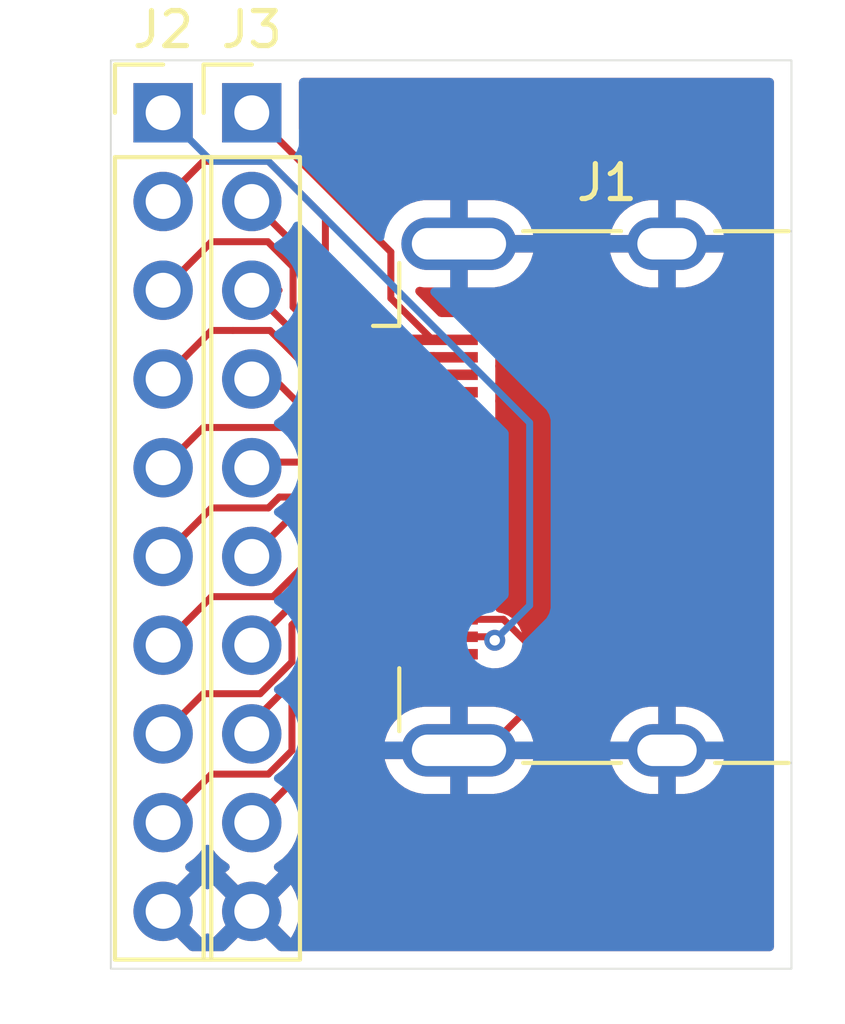
<source format=kicad_pcb>
(kicad_pcb (version 20241229) (generator "pcbnew") (generator_version "9.0")
  (layers (0 "F.Cu" signal) (2 "B.Cu" signal) (13 "F.Paste" user) (15 "B.Paste" user) (5 "F.SilkS" user "F.Silkscreen") (7 "B.SilkS" user "B.Silkscreen") (1 "F.Mask" user) (3 "B.Mask" user) (25 "Edge.Cuts" user))
  (net 0 "")
  (net 1 "/P09")
  (net 2 "/P02")
  (net 3 "/P05")
  (net 4 "/GND")
  (net 5 "/P04")
  (net 6 "/P12")
  (net 7 "/P03")
  (net 8 "/P19")
  (net 9 "/P06")
  (net 10 "/P16")
  (net 11 "/VBUS")
  (net 12 "/P11")
  (net 13 "/P14")
  (net 14 "/P15")
  (net 15 "/P10")
  (net 16 "/P07")
  (net 17 "/P01")
  (net 18 "/P08")
  (net 19 "/P13")
  (footprint "Connector_Video:HDMI_A_Molex_208658-1001_Horizontal" (layer "F.Cu") (at 11 11)
    (property "Reference" "J1" (at 1.715 -9 0) (layer "F.SilkS"))
    (property "Value" "HDMI_C_1.4")
    (fp_line (start -4.985 -4.9) (end -4.235 -4.9) (stroke (width 0.12)) (layer "F.SilkS"))
    (fp_line (start -4.235 -4.9) (end -4.235 -6.7) (stroke (width 0.12)) (layer "F.SilkS"))
    (fp_line (start -4.235 6.7) (end -4.235 4.9) (stroke (width 0.12)) (layer "F.SilkS"))
    (fp_line (start -0.685 -7.61) (end 2.115 -7.61) (stroke (width 0.12)) (layer "F.SilkS"))
    (fp_line (start -0.685 7.61) (end 2.115 7.61) (stroke (width 0.12)) (layer "F.SilkS"))
    (fp_line (start 4.815 -7.61) (end 6.915 -7.61) (stroke (width 0.12)) (layer "F.SilkS"))
    (fp_line (start 4.815 7.61) (end 6.915 7.61) (stroke (width 0.12)) (layer "F.SilkS"))
    (pad "1" smd rect (at -3.285 -4.5) (size 2.6 0.3) (layers "F.Cu" "F.Mask" "F.Paste") (net 17 "/P01"))
    (pad "2" smd rect (at -3.285 -4) (size 2.6 0.3) (layers "F.Cu" "F.Mask" "F.Paste") (net 2 "/P02"))
    (pad "3" smd rect (at -3.285 -3.5) (size 2.6 0.3) (layers "F.Cu" "F.Mask" "F.Paste") (net 7 "/P03"))
    (pad "4" smd rect (at -3.285 -3) (size 2.6 0.3) (layers "F.Cu" "F.Mask" "F.Paste") (net 5 "/P04"))
    (pad "5" smd rect (at -3.285 -2.5) (size 2.6 0.3) (layers "F.Cu" "F.Mask" "F.Paste") (net 3 "/P05"))
    (pad "6" smd rect (at -3.285 -2) (size 2.6 0.3) (layers "F.Cu" "F.Mask" "F.Paste") (net 9 "/P06"))
    (pad "7" smd rect (at -3.285 -1.5) (size 2.6 0.3) (layers "F.Cu" "F.Mask" "F.Paste") (net 16 "/P07"))
    (pad "8" smd rect (at -3.285 -1) (size 2.6 0.3) (layers "F.Cu" "F.Mask" "F.Paste") (net 18 "/P08"))
    (pad "9" smd rect (at -3.285 -0.5) (size 2.6 0.3) (layers "F.Cu" "F.Mask" "F.Paste") (net 1 "/P09"))
    (pad "10" smd rect (at -3.285 0) (size 2.6 0.3) (layers "F.Cu" "F.Mask" "F.Paste") (net 15 "/P10"))
    (pad "11" smd rect (at -3.285 0.5) (size 2.6 0.3) (layers "F.Cu" "F.Mask" "F.Paste") (net 12 "/P11"))
    (pad "12" smd rect (at -3.285 1) (size 2.6 0.3) (layers "F.Cu" "F.Mask" "F.Paste") (net 6 "/P12"))
    (pad "13" smd rect (at -3.285 1.5) (size 2.6 0.3) (layers "F.Cu" "F.Mask" "F.Paste") (net 19 "/P13"))
    (pad "14" smd rect (at -3.285 2) (size 2.6 0.3) (layers "F.Cu" "F.Mask" "F.Paste") (net 13 "/P14"))
    (pad "15" smd rect (at -3.285 2.5) (size 2.6 0.3) (layers "F.Cu" "F.Mask" "F.Paste") (net 14 "/P15"))
    (pad "16" smd rect (at -3.285 3) (size 2.6 0.3) (layers "F.Cu" "F.Mask" "F.Paste") (net 10 "/P16"))
    (pad "17" smd rect (at -3.285 3.5) (size 2.6 0.3) (layers "F.Cu" "F.Mask" "F.Paste") (net 4 "/GND"))
    (pad "18" smd rect (at -3.285 4) (size 2.6 0.3) (layers "F.Cu" "F.Mask" "F.Paste") (net 11 "/VBUS"))
    (pad "19" smd rect (at -3.285 4.5) (size 2.6 0.3) (layers "F.Cu" "F.Mask" "F.Paste") (net 8 "/P19"))
    (pad "SH" thru_hole oval (at -2.525 -7.25) (size 3.3 1.5) (drill oval 2.7 0.9) (layers "*.Cu" "*.Mask") (net 4 "/GND"))
    (pad "SH" thru_hole oval (at -2.525 7.25) (size 3.3 1.5) (drill oval 2.7 0.9) (layers "*.Cu" "*.Mask") (net 4 "/GND"))
    (pad "SH" thru_hole oval (at 3.435 -7.25) (size 2.3 1.5) (drill oval 1.7 0.9) (layers "*.Cu" "*.Mask") (net 4 "/GND"))
    (pad "SH" thru_hole oval (at 3.435 7.25) (size 2.3 1.5) (drill oval 1.7 0.9) (layers "*.Cu" "*.Mask") (net 4 "/GND"))
  )
  (footprint "Connector_PinHeader_2.54mm:PinHeader_1x10_P2.54mm_Vertical" (layer "F.Cu") (at 0 0)
    (property "Reference" "J2" (at 0 -2.38 0) (layer "F.SilkS"))
    (property "Value" "Conn_01x10")
    (fp_line (start -1.38 -1.38) (end 0 -1.38) (stroke (width 0.12)) (layer "F.SilkS"))
    (fp_line (start -1.38 0) (end -1.38 -1.38) (stroke (width 0.12)) (layer "F.SilkS"))
    (fp_line (start -1.38 1.27) (end -1.38 24.24) (stroke (width 0.12)) (layer "F.SilkS"))
    (fp_line (start -1.38 1.27) (end 1.38 1.27) (stroke (width 0.12)) (layer "F.SilkS"))
    (fp_line (start -1.38 24.24) (end 1.38 24.24) (stroke (width 0.12)) (layer "F.SilkS"))
    (fp_line (start 1.38 1.27) (end 1.38 24.24) (stroke (width 0.12)) (layer "F.SilkS"))
    (pad "1" thru_hole rect (at 0 0) (size 1.7 1.7) (drill 1) (layers "*.Cu" "*.Mask") (net 11 "/VBUS"))
    (pad "2" thru_hole circle (at 0 2.54) (size 1.7 1.7) (drill 1) (layers "*.Cu" "*.Mask") (net 2 "/P02"))
    (pad "3" thru_hole circle (at 0 5.08) (size 1.7 1.7) (drill 1) (layers "*.Cu" "*.Mask") (net 5 "/P04"))
    (pad "4" thru_hole circle (at 0 7.62) (size 1.7 1.7) (drill 1) (layers "*.Cu" "*.Mask") (net 9 "/P06"))
    (pad "5" thru_hole circle (at 0 10.16) (size 1.7 1.7) (drill 1) (layers "*.Cu" "*.Mask") (net 18 "/P08"))
    (pad "6" thru_hole circle (at 0 12.7) (size 1.7 1.7) (drill 1) (layers "*.Cu" "*.Mask") (net 15 "/P10"))
    (pad "7" thru_hole circle (at 0 15.24) (size 1.7 1.7) (drill 1) (layers "*.Cu" "*.Mask") (net 6 "/P12"))
    (pad "8" thru_hole circle (at 0 17.78) (size 1.7 1.7) (drill 1) (layers "*.Cu" "*.Mask") (net 13 "/P14"))
    (pad "9" thru_hole circle (at 0 20.32) (size 1.7 1.7) (drill 1) (layers "*.Cu" "*.Mask") (net 10 "/P16"))
    (pad "10" thru_hole circle (at 0 22.86) (size 1.7 1.7) (drill 1) (layers "*.Cu" "*.Mask") (net 4 "/GND"))
  )
  (footprint "Connector_PinHeader_2.54mm:PinHeader_1x10_P2.54mm_Vertical" (layer "F.Cu") (at 2.54 0)
    (property "Reference" "J3" (at 0 -2.38 0) (layer "F.SilkS"))
    (property "Value" "Conn_01x10")
    (fp_line (start -1.38 -1.38) (end 0 -1.38) (stroke (width 0.12)) (layer "F.SilkS"))
    (fp_line (start -1.38 0) (end -1.38 -1.38) (stroke (width 0.12)) (layer "F.SilkS"))
    (fp_line (start -1.38 1.27) (end -1.38 24.24) (stroke (width 0.12)) (layer "F.SilkS"))
    (fp_line (start -1.38 1.27) (end 1.38 1.27) (stroke (width 0.12)) (layer "F.SilkS"))
    (fp_line (start -1.38 24.24) (end 1.38 24.24) (stroke (width 0.12)) (layer "F.SilkS"))
    (fp_line (start 1.38 1.27) (end 1.38 24.24) (stroke (width 0.12)) (layer "F.SilkS"))
    (pad "1" thru_hole rect (at 0 0) (size 1.7 1.7) (drill 1) (layers "*.Cu" "*.Mask") (net 17 "/P01"))
    (pad "2" thru_hole circle (at 0 2.54) (size 1.7 1.7) (drill 1) (layers "*.Cu" "*.Mask") (net 7 "/P03"))
    (pad "3" thru_hole circle (at 0 5.08) (size 1.7 1.7) (drill 1) (layers "*.Cu" "*.Mask") (net 3 "/P05"))
    (pad "4" thru_hole circle (at 0 7.62) (size 1.7 1.7) (drill 1) (layers "*.Cu" "*.Mask") (net 16 "/P07"))
    (pad "5" thru_hole circle (at 0 10.16) (size 1.7 1.7) (drill 1) (layers "*.Cu" "*.Mask") (net 1 "/P09"))
    (pad "6" thru_hole circle (at 0 12.7) (size 1.7 1.7) (drill 1) (layers "*.Cu" "*.Mask") (net 12 "/P11"))
    (pad "7" thru_hole circle (at 0 15.24) (size 1.7 1.7) (drill 1) (layers "*.Cu" "*.Mask") (net 19 "/P13"))
    (pad "8" thru_hole circle (at 0 17.78) (size 1.7 1.7) (drill 1) (layers "*.Cu" "*.Mask") (net 14 "/P15"))
    (pad "9" thru_hole circle (at 0 20.32) (size 1.7 1.7) (drill 1) (layers "*.Cu" "*.Mask") (net 8 "/P19"))
    (pad "10" thru_hole circle (at 0 22.86) (size 1.7 1.7) (drill 1) (layers "*.Cu" "*.Mask") (net 4 "/GND"))
  )
  (gr_rect (start -1.5 -1.5) (end 18 24.5) (stroke (width 0.05)) (fill no) (layer "Edge.Cuts"))
  (segment (start 7.715 10.5) (end 4.5 10.5) (width 0.2) (layer "F.Cu") (net 1))
  (segment (start 2.7 10) (end 4 10) (width 0.2) (layer "F.Cu") (net 1))
  (segment (start 4.5 10.5) (end 4 10) (width 0.2) (layer "F.Cu") (net 1))
  (segment (start 6.4329 10.5) (end 8.495 10.5) (width 0.2) (layer "F.Cu") (net 1))
  (segment (start 2.54 10.16) (end 2.7 10) (width 0.2) (layer "F.Cu") (net 1))
  (segment (start 4.6486 3.02084) (end 4.06388 2.43612) (width 0.2) (layer "F.Cu") (net 2))
  (segment (start 3.01676 1.389) (end 1.151 1.389) (width 0.2) (layer "F.Cu") (net 2))
  (segment (start 1.151 1.389) (end 0 2.54) (width 0.2) (layer "F.Cu") (net 2))
  (segment (start 4.06388 2.43612) (end 3.01676 1.389) (width 0.2) (layer "F.Cu") (net 2))
  (segment (start 8.495 7) (end 7 7) (width 0.2) (layer "F.Cu") (net 2))
  (segment (start 7.715 7) (end 7.764 6.951) (width 0.2) (layer "F.Cu") (net 2))
  (segment (start 7.764 6.951) (end 6.2482 6.951) (width 0.2) (layer "F.Cu") (net 2))
  (segment (start 6.2482 6.951) (end 4.6486 5.3514) (width 0.2) (layer "F.Cu") (net 2))
  (segment (start 4.6486 5.3514) (end 4.6486 3.02084) (width 0.2) (layer "F.Cu") (net 2))
  (segment (start 8.495 8.5) (end 6.7417 8.5) (width 0.2) (layer "F.Cu") (net 3))
  (segment (start 3.3217 5.08) (end 2.54 5.08) (width 0.2) (layer "F.Cu") (net 3))
  (segment (start 7.715 8.5) (end 5.96 8.5) (width 0.2) (layer "F.Cu") (net 3))
  (segment (start 5.96 8.5) (end 2.54 5.08) (width 0.2) (layer "F.Cu") (net 3))
  (segment (start 10.5 17.005) (end 10.5 15.250057) (width 0.2) (layer "F.Cu") (net 4))
  (segment (start 9.749943 14.5) (end 7.715 14.5) (width 0.2) (layer "F.Cu") (net 4))
  (segment (start 10.5 15.250057) (end 9.749943 14.5) (width 0.2) (layer "F.Cu") (net 4))
  (segment (start 9.255 18.25) (end 10.5 17.005) (width 0.2) (layer "F.Cu") (net 4))
  (segment (start 7.715 8) (end 6.163 8) (width 0.2) (layer "F.Cu") (net 5))
  (segment (start 3.7227 5.5597) (end 3.7227 4.4137) (width 0.2) (layer "F.Cu") (net 5))
  (segment (start 6.8088 8) (end 8.495 8) (width 0.2) (layer "F.Cu") (net 5))
  (segment (start 0 5.08) (end 1.389 3.691) (width 0.2) (layer "F.Cu") (net 5))
  (segment (start 3.7227 4.4137) (end 3 3.691) (width 0.2) (layer "F.Cu") (net 5))
  (segment (start 6.163 8) (end 3.7227 5.5597) (width 0.2) (layer "F.Cu") (net 5))
  (segment (start 3 3.691) (end 1.389 3.691) (width 0.2) (layer "F.Cu") (net 5))
  (segment (start 0 15.24) (end 1.389 13.851) (width 0.2) (layer "F.Cu") (net 6))
  (segment (start 5 12) (end 8.495 12) (width 0.2) (layer "F.Cu") (net 6))
  (segment (start 3.149 13.851) (end 5 12) (width 0.2) (layer "F.Cu") (net 6))
  (segment (start 1.389 13.851) (end 3.149 13.851) (width 0.2) (layer "F.Cu") (net 6))
  (segment (start 6.8759 7.5) (end 8.495 7.5) (width 0.2) (layer "F.Cu") (net 7))
  (segment (start 7.715 7.5) (end 6.2301 7.5) (width 0.2) (layer "F.Cu") (net 7))
  (segment (start 4.1237 4.1237) (end 2.54 2.54) (width 0.2) (layer "F.Cu") (net 7))
  (segment (start 6.2301 7.5) (end 4.1237 5.3936) (width 0.2) (layer "F.Cu") (net 7))
  (segment (start 4.1237 5.3936) (end 4.1237 4.1237) (width 0.2) (layer "F.Cu") (net 7))
  (segment (start 3.04 2.54) (end 2.54 2.54) (width 0.2) (layer "F.Cu") (net 7))
  (segment (start 2.54 20.32) (end 7.36 15.5) (width 0.2) (layer "F.Cu") (net 8))
  (segment (start 7.36 15.5) (end 8.495 15.5) (width 0.2) (layer "F.Cu") (net 8))
  (segment (start 5.8315 9) (end 3.0625 6.231) (width 0.2) (layer "F.Cu") (net 9))
  (segment (start 3.0625 6.231) (end 2 6.231) (width 0.2) (layer "F.Cu") (net 9))
  (segment (start 0 7.62) (end 1.389 6.231) (width 0.2) (layer "F.Cu") (net 9))
  (segment (start 7.715 9) (end 5.8315 9) (width 0.2) (layer "F.Cu") (net 9))
  (segment (start 6.6746 9) (end 8.495 9) (width 0.2) (layer "F.Cu") (net 9))
  (segment (start 1.389 6.231) (end 2 6.231) (width 0.2) (layer "F.Cu") (net 9))
  (segment (start 3.691 16.8761) (end 3.691 18.25676) (width 0.2) (layer "F.Cu") (net 10))
  (segment (start 3.691 18.25676) (end 3.01676 18.931) (width 0.2) (layer "F.Cu") (net 10))
  (segment (start 5.5 14) (end 4.5 15) (width 0.2) (layer "F.Cu") (net 10))
  (segment (start 6.5671 14) (end 8.495 14) (width 0.2) (layer "F.Cu") (net 10))
  (segment (start 4.5 16.0671) (end 3.691 16.8761) (width 0.2) (layer "F.Cu") (net 10))
  (segment (start 4.5 15) (end 4.5 16.0671) (width 0.2) (layer "F.Cu") (net 10))
  (segment (start 7.715 14) (end 5.5 14) (width 0.2) (layer "F.Cu") (net 10))
  (segment (start 1.389 18.931) (end 0 20.32) (width 0.2) (layer "F.Cu") (net 10))
  (segment (start 3.01676 18.931) (end 1.389 18.931) (width 0.2) (layer "F.Cu") (net 10))
  (segment (start 9.5 15.1) (end 9.4 15) (width 0.2) (layer "F.Cu") (net 11))
  (segment (start 9.4 15) (end 7.715 15) (width 0.2) (layer "F.Cu") (net 11))
  (via (at 9.5 15.1) (size 0.6) (drill 0.3) (layers "F.Cu" "B.Cu") (net 11))
  (segment (start 10.5 14.1) (end 10.5 8.87224) (width 0.2) (layer "B.Cu") (net 11))
  (segment (start 9.5 15.1) (end 10.5 14.1) (width 0.2) (layer "B.Cu") (net 11))
  (segment (start 3.01676 1.389) (end 1.389 1.389) (width 0.2) (layer "B.Cu") (net 11))
  (segment (start 10.5 8.87224) (end 3.01676 1.389) (width 0.2) (layer "B.Cu") (net 11))
  (segment (start 1.389 1.389) (end 0 0) (width 0.2) (layer "B.Cu") (net 11))
  (segment (start 3.74 11.5) (end 8.495 11.5) (width 0.2) (layer "F.Cu") (net 12))
  (segment (start 2.54 12.7) (end 3.74 11.5) (width 0.2) (layer "F.Cu") (net 12))
  (segment (start 3.691 15.71676) (end 2.77876 16.629) (width 0.2) (layer "F.Cu") (net 13))
  (segment (start 7.715 13) (end 5.3471 13) (width 0.2) (layer "F.Cu") (net 13))
  (segment (start 3.691 14.6561) (end 3.691 15.71676) (width 0.2) (layer "F.Cu") (net 13))
  (segment (start 5.3471 13) (end 3.691 14.6561) (width 0.2) (layer "F.Cu") (net 13))
  (segment (start 1.151 16.629) (end 0 17.78) (width 0.2) (layer "F.Cu") (net 13))
  (segment (start 6.40776 13) (end 8.495 13) (width 0.2) (layer "F.Cu") (net 13))
  (segment (start 2.77876 16.629) (end 1.151 16.629) (width 0.2) (layer "F.Cu") (net 13))
  (segment (start 2.54 17.46) (end 2.54 17.78) (width 0.2) (layer "F.Cu") (net 14))
  (segment (start 4.092 15.908) (end 2.54 17.46) (width 0.2) (layer "F.Cu") (net 14))
  (segment (start 6.5 13.5) (end 8.495 13.5) (width 0.2) (layer "F.Cu") (net 14))
  (segment (start 7.715 13.5) (end 5.4142 13.5) (width 0.2) (layer "F.Cu") (net 14))
  (segment (start 4.092 14.8222) (end 4.092 15.908) (width 0.2) (layer "F.Cu") (net 14))
  (segment (start 5.4142 13.5) (end 4.092 14.8222) (width 0.2) (layer "F.Cu") (net 14))
  (segment (start 0 12.7) (end 1.389 11.311) (width 0.2) (layer "F.Cu") (net 15))
  (segment (start 3.01676 11.311) (end 3.32776 11) (width 0.2) (layer "F.Cu") (net 15))
  (segment (start 1.389 11.311) (end 3.01676 11.311) (width 0.2) (layer "F.Cu") (net 15))
  (segment (start 3.32776 11) (end 8.495 11) (width 0.2) (layer "F.Cu") (net 15))
  (segment (start 3.1781 7.62) (end 2.54 7.62) (width 0.2) (layer "F.Cu") (net 16))
  (segment (start 7.715 9.5) (end 5.0581 9.5) (width 0.2) (layer "F.Cu") (net 16))
  (segment (start 6.6075 9.5) (end 8.495 9.5) (width 0.2) (layer "F.Cu") (net 16))
  (segment (start 5.0581 9.5) (end 3.1781 7.62) (width 0.2) (layer "F.Cu") (net 16))
  (segment (start 7.715 6.5) (end 6.524 5.309) (width 0.2) (layer "F.Cu") (net 17))
  (segment (start 6.524 5.309) (end 6.524 3.984) (width 0.2) (layer "F.Cu") (net 17))
  (segment (start 6.524 3.984) (end 2.54 0) (width 0.2) (layer "F.Cu") (net 17))
  (segment (start 7.715 10) (end 4.991 10) (width 0.2) (layer "F.Cu") (net 18))
  (segment (start 6.5 10) (end 8.495 10) (width 0.2) (layer "F.Cu") (net 18))
  (segment (start 0 10.16) (end 1.151 9.009) (width 0.2) (layer "F.Cu") (net 18))
  (segment (start 4.991 10) (end 4 9.009) (width 0.2) (layer "F.Cu") (net 18))
  (segment (start 1.151 9.009) (end 4 9.009) (width 0.2) (layer "F.Cu") (net 18))
  (segment (start 2.54 15.24) (end 5.28 12.5) (width 0.2) (layer "F.Cu") (net 19))
  (segment (start 5.28 12.5) (end 8.495 12.5) (width 0.2) (layer "F.Cu") (net 19))
  (zone (net 4) (net_name "/GND") (layer "F.Cu") (connect_pads (clearance 0.5)) (min_thickness 0.25) (fill yes (thermal_gap 0.5) (thermal_bridge_width 0.5))
    (polygon (pts (xy -1.5 -1.5) (xy -1.5 24.5) (xy 18 24.5) (xy 18 -1.5)))
  )
  (zone (net 4) (net_name "/GND") (layer "B.Cu") (connect_pads (clearance 0.5)) (min_thickness 0.25) (fill yes (thermal_gap 0.5) (thermal_bridge_width 0.5))
    (polygon (pts (xy 18 -1.5) (xy 18 24.5) (xy -1.5 24.5) (xy -1.5 -1.5)))
  )
)
</source>
